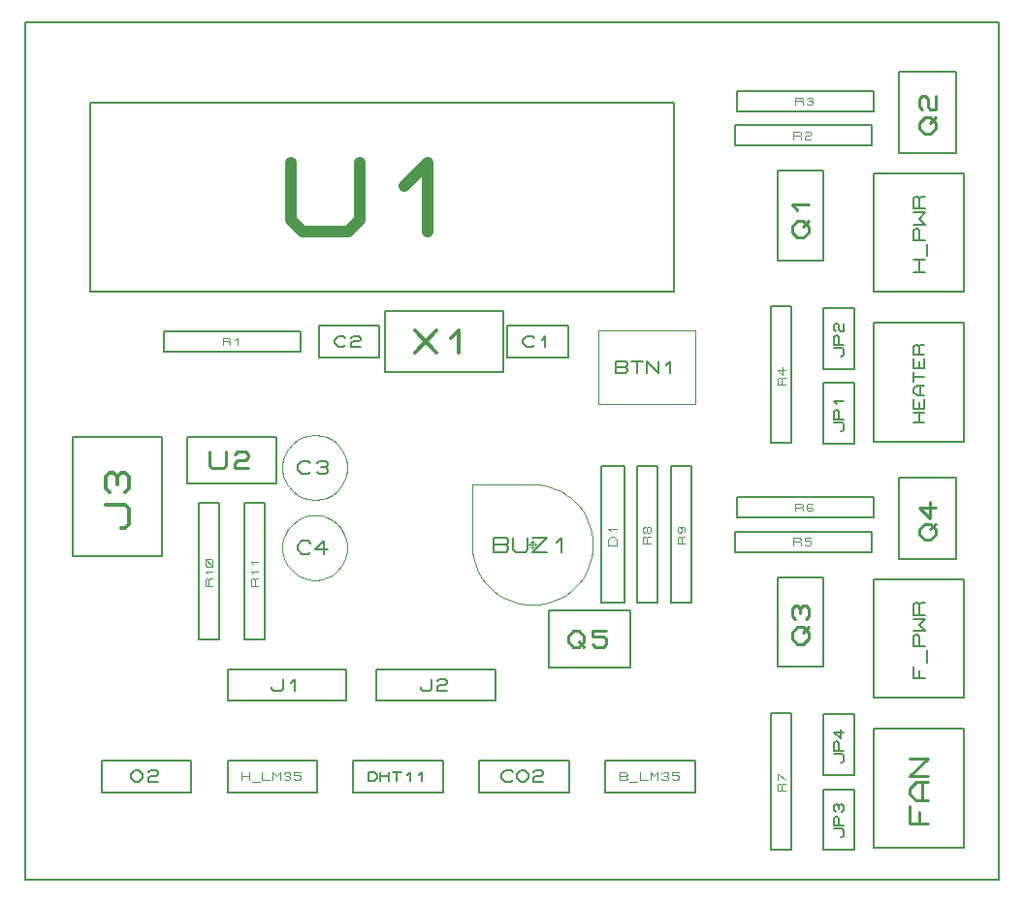
<source format=gbr>
G04 PROTEUS RS274X GERBER FILE*
%FSLAX45Y45*%
%MOMM*%
G01*
%ADD21C,0.203200*%
%ADD32C,0.240790*%
%ADD33C,0.050800*%
%ADD34C,0.191010*%
%ADD35C,0.345440*%
%ADD36C,0.106680*%
%ADD37C,0.235370*%
%ADD38C,0.132080*%
%ADD39C,0.148040*%
%ADD40C,0.172720*%
%ADD41C,0.259080*%
%ADD42C,0.050000*%
%ADD43C,0.211000*%
%ADD44C,0.121920*%
%ADD45C,0.990600*%
%ADD46C,0.316990*%
%ADD47C,0.164590*%
%ADD48C,0.171000*%
%ADD49C,0.111760*%
%ADD50C,0.130380*%
D21*
X+1518840Y+3538740D02*
X+2301160Y+3538740D01*
X+2301160Y+3940060D01*
X+1518840Y+3940060D01*
X+1518840Y+3538740D01*
D32*
X+1717367Y+3811637D02*
X+1717367Y+3691241D01*
X+1741446Y+3667162D01*
X+1837762Y+3667162D01*
X+1861841Y+3691241D01*
X+1861841Y+3811637D01*
X+1934079Y+3787558D02*
X+1958158Y+3811637D01*
X+2030395Y+3811637D01*
X+2054474Y+3787558D01*
X+2054474Y+3763479D01*
X+2030395Y+3739400D01*
X+1958158Y+3739400D01*
X+1934079Y+3715320D01*
X+1934079Y+3667162D01*
X+2054474Y+3667162D01*
D33*
X+2920060Y+3675900D02*
X+2919142Y+3698714D01*
X+2911689Y+3744343D01*
X+2896142Y+3789972D01*
X+2870900Y+3835601D01*
X+2832358Y+3881131D01*
X+2786729Y+3916627D01*
X+2741100Y+3939747D01*
X+2695471Y+3953600D01*
X+2649842Y+3959546D01*
X+2636080Y+3959880D01*
X+2352100Y+3675900D02*
X+2353018Y+3698714D01*
X+2360471Y+3744343D01*
X+2376018Y+3789972D01*
X+2401260Y+3835601D01*
X+2439802Y+3881131D01*
X+2485431Y+3916627D01*
X+2531060Y+3939747D01*
X+2576689Y+3953600D01*
X+2622318Y+3959546D01*
X+2636080Y+3959880D01*
X+2352100Y+3675900D02*
X+2353018Y+3653086D01*
X+2360471Y+3607457D01*
X+2376018Y+3561828D01*
X+2401260Y+3516199D01*
X+2439802Y+3470669D01*
X+2485431Y+3435173D01*
X+2531060Y+3412053D01*
X+2576689Y+3398200D01*
X+2622318Y+3392254D01*
X+2636080Y+3391920D01*
X+2920060Y+3675900D02*
X+2919142Y+3653086D01*
X+2911689Y+3607457D01*
X+2896142Y+3561828D01*
X+2870900Y+3516199D01*
X+2832358Y+3470669D01*
X+2786729Y+3435173D01*
X+2741100Y+3412053D01*
X+2695471Y+3398200D01*
X+2649842Y+3392254D01*
X+2636080Y+3391920D01*
D34*
X+2597877Y+3637697D02*
X+2578776Y+3618596D01*
X+2521472Y+3618596D01*
X+2483270Y+3656799D01*
X+2483270Y+3695001D01*
X+2521472Y+3733204D01*
X+2578776Y+3733204D01*
X+2597877Y+3714103D01*
X+2655181Y+3714103D02*
X+2674282Y+3733204D01*
X+2731586Y+3733204D01*
X+2750687Y+3714103D01*
X+2750687Y+3695001D01*
X+2731586Y+3675900D01*
X+2750687Y+3656799D01*
X+2750687Y+3637697D01*
X+2731586Y+3618596D01*
X+2674282Y+3618596D01*
X+2655181Y+3637697D01*
X+2693383Y+3675900D02*
X+2731586Y+3675900D01*
D33*
X+2920060Y+2975900D02*
X+2919142Y+2998714D01*
X+2911689Y+3044343D01*
X+2896142Y+3089972D01*
X+2870900Y+3135601D01*
X+2832358Y+3181131D01*
X+2786729Y+3216627D01*
X+2741100Y+3239747D01*
X+2695471Y+3253600D01*
X+2649842Y+3259546D01*
X+2636080Y+3259880D01*
X+2352100Y+2975900D02*
X+2353018Y+2998714D01*
X+2360471Y+3044343D01*
X+2376018Y+3089972D01*
X+2401260Y+3135601D01*
X+2439802Y+3181131D01*
X+2485431Y+3216627D01*
X+2531060Y+3239747D01*
X+2576689Y+3253600D01*
X+2622318Y+3259546D01*
X+2636080Y+3259880D01*
X+2352100Y+2975900D02*
X+2353018Y+2953086D01*
X+2360471Y+2907457D01*
X+2376018Y+2861828D01*
X+2401260Y+2816199D01*
X+2439802Y+2770669D01*
X+2485431Y+2735173D01*
X+2531060Y+2712053D01*
X+2576689Y+2698200D01*
X+2622318Y+2692254D01*
X+2636080Y+2691920D01*
X+2920060Y+2975900D02*
X+2919142Y+2953086D01*
X+2911689Y+2907457D01*
X+2896142Y+2861828D01*
X+2870900Y+2816199D01*
X+2832358Y+2770669D01*
X+2786729Y+2735173D01*
X+2741100Y+2712053D01*
X+2695471Y+2698200D01*
X+2649842Y+2692254D01*
X+2636080Y+2691920D01*
D34*
X+2597877Y+2937697D02*
X+2578776Y+2918596D01*
X+2521472Y+2918596D01*
X+2483270Y+2956799D01*
X+2483270Y+2995001D01*
X+2521472Y+3033204D01*
X+2578776Y+3033204D01*
X+2597877Y+3014103D01*
X+2750687Y+2956799D02*
X+2636080Y+2956799D01*
X+2712485Y+3033204D01*
X+2712485Y+2918596D01*
D21*
X+518840Y+2903740D02*
X+1301160Y+2903740D01*
X+1301160Y+3940060D01*
X+518840Y+3940060D01*
X+518840Y+2903740D01*
D35*
X+944544Y+3145548D02*
X+979088Y+3145548D01*
X+1013632Y+3180092D01*
X+1013632Y+3318268D01*
X+979088Y+3352812D01*
X+806368Y+3352812D01*
X+840912Y+3456444D02*
X+806368Y+3490988D01*
X+806368Y+3594620D01*
X+840912Y+3629164D01*
X+875456Y+3629164D01*
X+910000Y+3594620D01*
X+944544Y+3629164D01*
X+979088Y+3629164D01*
X+1013632Y+3594620D01*
X+1013632Y+3490988D01*
X+979088Y+3456444D01*
X+910000Y+3525532D02*
X+910000Y+3594620D01*
D21*
X+1621100Y+2171000D02*
X+1798900Y+2171000D01*
X+1798900Y+3364800D01*
X+1621100Y+3364800D01*
X+1621100Y+2171000D01*
D36*
X+1742004Y+2639884D02*
X+1677996Y+2639884D01*
X+1677996Y+2693224D01*
X+1688664Y+2703892D01*
X+1699332Y+2703892D01*
X+1710000Y+2693224D01*
X+1710000Y+2639884D01*
X+1710000Y+2693224D02*
X+1720668Y+2703892D01*
X+1742004Y+2703892D01*
X+1699332Y+2746564D02*
X+1677996Y+2767900D01*
X+1742004Y+2767900D01*
X+1731336Y+2810572D02*
X+1688664Y+2810572D01*
X+1677996Y+2821240D01*
X+1677996Y+2863912D01*
X+1688664Y+2874580D01*
X+1731336Y+2874580D01*
X+1742004Y+2863912D01*
X+1742004Y+2821240D01*
X+1731336Y+2810572D01*
X+1742004Y+2810572D02*
X+1677996Y+2874580D01*
D21*
X+2021100Y+2171000D02*
X+2198900Y+2171000D01*
X+2198900Y+3364800D01*
X+2021100Y+3364800D01*
X+2021100Y+2171000D01*
D36*
X+2142004Y+2639884D02*
X+2077996Y+2639884D01*
X+2077996Y+2693224D01*
X+2088664Y+2703892D01*
X+2099332Y+2703892D01*
X+2110000Y+2693224D01*
X+2110000Y+2639884D01*
X+2110000Y+2693224D02*
X+2120668Y+2703892D01*
X+2142004Y+2703892D01*
X+2099332Y+2746564D02*
X+2077996Y+2767900D01*
X+2142004Y+2767900D01*
X+2099332Y+2831908D02*
X+2077996Y+2853244D01*
X+2142004Y+2853244D01*
D21*
X+6672840Y+5484740D02*
X+7074160Y+5484740D01*
X+7074160Y+6267060D01*
X+6672840Y+6267060D01*
X+6672840Y+5484740D01*
D32*
X+6849421Y+5683267D02*
X+6801263Y+5731425D01*
X+6801263Y+5779583D01*
X+6849421Y+5827741D01*
X+6897580Y+5827741D01*
X+6945738Y+5779583D01*
X+6945738Y+5731425D01*
X+6897580Y+5683267D01*
X+6849421Y+5683267D01*
X+6897580Y+5779583D02*
X+6945738Y+5827741D01*
X+6849421Y+5924058D02*
X+6801263Y+5972216D01*
X+6945738Y+5972216D01*
D21*
X+7734740Y+6426040D02*
X+8237660Y+6426040D01*
X+8237660Y+7132160D01*
X+7734740Y+7132160D01*
X+7734740Y+6426040D01*
D37*
X+7962663Y+6590802D02*
X+7915588Y+6637876D01*
X+7915588Y+6684951D01*
X+7962663Y+6732025D01*
X+8009737Y+6732025D01*
X+8056812Y+6684951D01*
X+8056812Y+6637876D01*
X+8009737Y+6590802D01*
X+7962663Y+6590802D01*
X+8009737Y+6684951D02*
X+8056812Y+6732025D01*
X+7939125Y+6802637D02*
X+7915588Y+6826174D01*
X+7915588Y+6896786D01*
X+7939125Y+6920323D01*
X+7962663Y+6920323D01*
X+7986200Y+6896786D01*
X+7986200Y+6826174D01*
X+8009737Y+6802637D01*
X+8056812Y+6802637D01*
X+8056812Y+6920323D01*
D21*
X+6305100Y+6487000D02*
X+7498900Y+6487000D01*
X+7498900Y+6664800D01*
X+6305100Y+6664800D01*
X+6305100Y+6487000D01*
D36*
X+6816656Y+6543896D02*
X+6816656Y+6607904D01*
X+6869996Y+6607904D01*
X+6880664Y+6597236D01*
X+6880664Y+6586568D01*
X+6869996Y+6575900D01*
X+6816656Y+6575900D01*
X+6869996Y+6575900D02*
X+6880664Y+6565232D01*
X+6880664Y+6543896D01*
X+6912668Y+6597236D02*
X+6923336Y+6607904D01*
X+6955340Y+6607904D01*
X+6966008Y+6597236D01*
X+6966008Y+6586568D01*
X+6955340Y+6575900D01*
X+6923336Y+6575900D01*
X+6912668Y+6565232D01*
X+6912668Y+6543896D01*
X+6966008Y+6543896D01*
D21*
X+6321100Y+6787000D02*
X+7514900Y+6787000D01*
X+7514900Y+6964800D01*
X+6321100Y+6964800D01*
X+6321100Y+6787000D01*
D36*
X+6832656Y+6843896D02*
X+6832656Y+6907904D01*
X+6885996Y+6907904D01*
X+6896664Y+6897236D01*
X+6896664Y+6886568D01*
X+6885996Y+6875900D01*
X+6832656Y+6875900D01*
X+6885996Y+6875900D02*
X+6896664Y+6865232D01*
X+6896664Y+6843896D01*
X+6928668Y+6897236D02*
X+6939336Y+6907904D01*
X+6971340Y+6907904D01*
X+6982008Y+6897236D01*
X+6982008Y+6886568D01*
X+6971340Y+6875900D01*
X+6982008Y+6865232D01*
X+6982008Y+6854564D01*
X+6971340Y+6843896D01*
X+6939336Y+6843896D01*
X+6928668Y+6854564D01*
X+6950004Y+6875900D02*
X+6971340Y+6875900D01*
D21*
X+6621100Y+3887000D02*
X+6798900Y+3887000D01*
X+6798900Y+5080800D01*
X+6621100Y+5080800D01*
X+6621100Y+3887000D01*
D36*
X+6742004Y+4398556D02*
X+6677996Y+4398556D01*
X+6677996Y+4451896D01*
X+6688664Y+4462564D01*
X+6699332Y+4462564D01*
X+6710000Y+4451896D01*
X+6710000Y+4398556D01*
X+6710000Y+4451896D02*
X+6720668Y+4462564D01*
X+6742004Y+4462564D01*
X+6720668Y+4547908D02*
X+6720668Y+4483900D01*
X+6677996Y+4526572D01*
X+6742004Y+4526572D01*
D21*
X+7072840Y+3884740D02*
X+7347160Y+3884740D01*
X+7347160Y+4413060D01*
X+7072840Y+4413060D01*
X+7072840Y+3884740D01*
D38*
X+7223208Y+3990404D02*
X+7236416Y+3990404D01*
X+7249624Y+4003612D01*
X+7249624Y+4056444D01*
X+7236416Y+4069652D01*
X+7170376Y+4069652D01*
X+7249624Y+4096068D02*
X+7170376Y+4096068D01*
X+7170376Y+4162108D01*
X+7183584Y+4175316D01*
X+7196792Y+4175316D01*
X+7210000Y+4162108D01*
X+7210000Y+4096068D01*
X+7196792Y+4228148D02*
X+7170376Y+4254564D01*
X+7249624Y+4254564D01*
D21*
X+7518840Y+3903740D02*
X+8301160Y+3903740D01*
X+8301160Y+4940060D01*
X+7518840Y+4940060D01*
X+7518840Y+3903740D01*
D39*
X+7954413Y+4066592D02*
X+7865586Y+4066592D01*
X+7865586Y+4155419D02*
X+7954413Y+4155419D01*
X+7910000Y+4066592D02*
X+7910000Y+4155419D01*
X+7954413Y+4273855D02*
X+7954413Y+4185028D01*
X+7865586Y+4185028D01*
X+7865586Y+4273855D01*
X+7910000Y+4185028D02*
X+7910000Y+4244246D01*
X+7954413Y+4303464D02*
X+7895195Y+4303464D01*
X+7865586Y+4333073D01*
X+7865586Y+4362682D01*
X+7895195Y+4392291D01*
X+7954413Y+4392291D01*
X+7924804Y+4303464D02*
X+7924804Y+4392291D01*
X+7865586Y+4421900D02*
X+7865586Y+4510727D01*
X+7865586Y+4466313D02*
X+7954413Y+4466313D01*
X+7954413Y+4629163D02*
X+7954413Y+4540336D01*
X+7865586Y+4540336D01*
X+7865586Y+4629163D01*
X+7910000Y+4540336D02*
X+7910000Y+4599554D01*
X+7954413Y+4658772D02*
X+7865586Y+4658772D01*
X+7865586Y+4732794D01*
X+7880391Y+4747599D01*
X+7895195Y+4747599D01*
X+7910000Y+4732794D01*
X+7910000Y+4658772D01*
X+7910000Y+4732794D02*
X+7924804Y+4747599D01*
X+7954413Y+4747599D01*
D21*
X+7518840Y+5211360D02*
X+8301160Y+5211360D01*
X+8301160Y+6247680D01*
X+7518840Y+6247680D01*
X+7518840Y+5211360D01*
D40*
X+7961816Y+5384080D02*
X+7858184Y+5384080D01*
X+7858184Y+5487712D02*
X+7961816Y+5487712D01*
X+7910000Y+5384080D02*
X+7910000Y+5487712D01*
X+7979088Y+5522256D02*
X+7979088Y+5625888D01*
X+7961816Y+5660432D02*
X+7858184Y+5660432D01*
X+7858184Y+5746792D01*
X+7875456Y+5764064D01*
X+7892728Y+5764064D01*
X+7910000Y+5746792D01*
X+7910000Y+5660432D01*
X+7858184Y+5798608D02*
X+7961816Y+5798608D01*
X+7910000Y+5850424D01*
X+7961816Y+5902240D01*
X+7858184Y+5902240D01*
X+7961816Y+5936784D02*
X+7858184Y+5936784D01*
X+7858184Y+6023144D01*
X+7875456Y+6040416D01*
X+7892728Y+6040416D01*
X+7910000Y+6023144D01*
X+7910000Y+5936784D01*
X+7910000Y+6023144D02*
X+7927272Y+6040416D01*
X+7961816Y+6040416D01*
D21*
X+7072840Y+4538740D02*
X+7347160Y+4538740D01*
X+7347160Y+5067060D01*
X+7072840Y+5067060D01*
X+7072840Y+4538740D01*
D38*
X+7223208Y+4644404D02*
X+7236416Y+4644404D01*
X+7249624Y+4657612D01*
X+7249624Y+4710444D01*
X+7236416Y+4723652D01*
X+7170376Y+4723652D01*
X+7249624Y+4750068D02*
X+7170376Y+4750068D01*
X+7170376Y+4816108D01*
X+7183584Y+4829316D01*
X+7196792Y+4829316D01*
X+7210000Y+4816108D01*
X+7210000Y+4750068D01*
X+7183584Y+4868940D02*
X+7170376Y+4882148D01*
X+7170376Y+4921772D01*
X+7183584Y+4934980D01*
X+7196792Y+4934980D01*
X+7210000Y+4921772D01*
X+7210000Y+4882148D01*
X+7223208Y+4868940D01*
X+7249624Y+4868940D01*
X+7249624Y+4934980D01*
D21*
X+6672840Y+1935345D02*
X+7074160Y+1935345D01*
X+7074160Y+2717665D01*
X+6672840Y+2717665D01*
X+6672840Y+1935345D01*
D32*
X+6849421Y+2133872D02*
X+6801263Y+2182030D01*
X+6801263Y+2230188D01*
X+6849421Y+2278346D01*
X+6897580Y+2278346D01*
X+6945738Y+2230188D01*
X+6945738Y+2182030D01*
X+6897580Y+2133872D01*
X+6849421Y+2133872D01*
X+6897580Y+2230188D02*
X+6945738Y+2278346D01*
X+6825342Y+2350584D02*
X+6801263Y+2374663D01*
X+6801263Y+2446900D01*
X+6825342Y+2470979D01*
X+6849421Y+2470979D01*
X+6873500Y+2446900D01*
X+6897580Y+2470979D01*
X+6921659Y+2470979D01*
X+6945738Y+2446900D01*
X+6945738Y+2374663D01*
X+6921659Y+2350584D01*
X+6873500Y+2398742D02*
X+6873500Y+2446900D01*
D21*
X+7734740Y+2876645D02*
X+8237660Y+2876645D01*
X+8237660Y+3582765D01*
X+7734740Y+3582765D01*
X+7734740Y+2876645D01*
D37*
X+7962663Y+3041407D02*
X+7915588Y+3088481D01*
X+7915588Y+3135556D01*
X+7962663Y+3182630D01*
X+8009737Y+3182630D01*
X+8056812Y+3135556D01*
X+8056812Y+3088481D01*
X+8009737Y+3041407D01*
X+7962663Y+3041407D01*
X+8009737Y+3135556D02*
X+8056812Y+3182630D01*
X+8009737Y+3370928D02*
X+8009737Y+3229705D01*
X+7915588Y+3323854D01*
X+8056812Y+3323854D01*
D21*
X+6305100Y+2937605D02*
X+7498900Y+2937605D01*
X+7498900Y+3115405D01*
X+6305100Y+3115405D01*
X+6305100Y+2937605D01*
D36*
X+6816656Y+2994501D02*
X+6816656Y+3058509D01*
X+6869996Y+3058509D01*
X+6880664Y+3047841D01*
X+6880664Y+3037173D01*
X+6869996Y+3026505D01*
X+6816656Y+3026505D01*
X+6869996Y+3026505D02*
X+6880664Y+3015837D01*
X+6880664Y+2994501D01*
X+6966008Y+3058509D02*
X+6912668Y+3058509D01*
X+6912668Y+3037173D01*
X+6955340Y+3037173D01*
X+6966008Y+3026505D01*
X+6966008Y+3005169D01*
X+6955340Y+2994501D01*
X+6923336Y+2994501D01*
X+6912668Y+3005169D01*
D21*
X+6321100Y+3237605D02*
X+7514900Y+3237605D01*
X+7514900Y+3415405D01*
X+6321100Y+3415405D01*
X+6321100Y+3237605D01*
D36*
X+6832656Y+3294501D02*
X+6832656Y+3358509D01*
X+6885996Y+3358509D01*
X+6896664Y+3347841D01*
X+6896664Y+3337173D01*
X+6885996Y+3326505D01*
X+6832656Y+3326505D01*
X+6885996Y+3326505D02*
X+6896664Y+3315837D01*
X+6896664Y+3294501D01*
X+6982008Y+3347841D02*
X+6971340Y+3358509D01*
X+6939336Y+3358509D01*
X+6928668Y+3347841D01*
X+6928668Y+3305169D01*
X+6939336Y+3294501D01*
X+6971340Y+3294501D01*
X+6982008Y+3305169D01*
X+6982008Y+3315837D01*
X+6971340Y+3326505D01*
X+6928668Y+3326505D01*
D21*
X+6621100Y+337605D02*
X+6798900Y+337605D01*
X+6798900Y+1531405D01*
X+6621100Y+1531405D01*
X+6621100Y+337605D01*
D36*
X+6742004Y+849161D02*
X+6677996Y+849161D01*
X+6677996Y+902501D01*
X+6688664Y+913169D01*
X+6699332Y+913169D01*
X+6710000Y+902501D01*
X+6710000Y+849161D01*
X+6710000Y+902501D02*
X+6720668Y+913169D01*
X+6742004Y+913169D01*
X+6677996Y+945173D02*
X+6677996Y+998513D01*
X+6688664Y+998513D01*
X+6742004Y+945173D01*
D21*
X+7072840Y+335345D02*
X+7347160Y+335345D01*
X+7347160Y+863665D01*
X+7072840Y+863665D01*
X+7072840Y+335345D01*
D38*
X+7223208Y+441009D02*
X+7236416Y+441009D01*
X+7249624Y+454217D01*
X+7249624Y+507049D01*
X+7236416Y+520257D01*
X+7170376Y+520257D01*
X+7249624Y+546673D02*
X+7170376Y+546673D01*
X+7170376Y+612713D01*
X+7183584Y+625921D01*
X+7196792Y+625921D01*
X+7210000Y+612713D01*
X+7210000Y+546673D01*
X+7183584Y+665545D02*
X+7170376Y+678753D01*
X+7170376Y+718377D01*
X+7183584Y+731585D01*
X+7196792Y+731585D01*
X+7210000Y+718377D01*
X+7223208Y+731585D01*
X+7236416Y+731585D01*
X+7249624Y+718377D01*
X+7249624Y+678753D01*
X+7236416Y+665545D01*
X+7210000Y+691961D02*
X+7210000Y+718377D01*
D21*
X+7518840Y+354345D02*
X+8301160Y+354345D01*
X+8301160Y+1390665D01*
X+7518840Y+1390665D01*
X+7518840Y+354345D01*
D41*
X+7987724Y+561609D02*
X+7832276Y+561609D01*
X+7832276Y+717057D01*
X+7910000Y+561609D02*
X+7910000Y+665241D01*
X+7987724Y+768873D02*
X+7884092Y+768873D01*
X+7832276Y+820689D01*
X+7832276Y+872505D01*
X+7884092Y+924321D01*
X+7987724Y+924321D01*
X+7935908Y+768873D02*
X+7935908Y+924321D01*
X+7987724Y+976137D02*
X+7832276Y+976137D01*
X+7987724Y+1131585D01*
X+7832276Y+1131585D01*
D21*
X+7518840Y+1661965D02*
X+8301160Y+1661965D01*
X+8301160Y+2698285D01*
X+7518840Y+2698285D01*
X+7518840Y+1661965D01*
D40*
X+7961816Y+1834685D02*
X+7858184Y+1834685D01*
X+7858184Y+1938317D01*
X+7910000Y+1834685D02*
X+7910000Y+1903773D01*
X+7979088Y+1972861D02*
X+7979088Y+2076493D01*
X+7961816Y+2111037D02*
X+7858184Y+2111037D01*
X+7858184Y+2197397D01*
X+7875456Y+2214669D01*
X+7892728Y+2214669D01*
X+7910000Y+2197397D01*
X+7910000Y+2111037D01*
X+7858184Y+2249213D02*
X+7961816Y+2249213D01*
X+7910000Y+2301029D01*
X+7961816Y+2352845D01*
X+7858184Y+2352845D01*
X+7961816Y+2387389D02*
X+7858184Y+2387389D01*
X+7858184Y+2473749D01*
X+7875456Y+2491021D01*
X+7892728Y+2491021D01*
X+7910000Y+2473749D01*
X+7910000Y+2387389D01*
X+7910000Y+2473749D02*
X+7927272Y+2491021D01*
X+7961816Y+2491021D01*
D21*
X+7072840Y+989345D02*
X+7347160Y+989345D01*
X+7347160Y+1517665D01*
X+7072840Y+1517665D01*
X+7072840Y+989345D01*
D38*
X+7223208Y+1095009D02*
X+7236416Y+1095009D01*
X+7249624Y+1108217D01*
X+7249624Y+1161049D01*
X+7236416Y+1174257D01*
X+7170376Y+1174257D01*
X+7249624Y+1200673D02*
X+7170376Y+1200673D01*
X+7170376Y+1266713D01*
X+7183584Y+1279921D01*
X+7196792Y+1279921D01*
X+7210000Y+1266713D01*
X+7210000Y+1200673D01*
X+7223208Y+1385585D02*
X+7223208Y+1306337D01*
X+7170376Y+1359169D01*
X+7249624Y+1359169D01*
D21*
X+4681940Y+1925640D02*
X+5388060Y+1925640D01*
X+5388060Y+2428560D01*
X+4681940Y+2428560D01*
X+4681940Y+1925640D01*
D37*
X+4846702Y+2200637D02*
X+4893776Y+2247712D01*
X+4940851Y+2247712D01*
X+4987925Y+2200637D01*
X+4987925Y+2153563D01*
X+4940851Y+2106488D01*
X+4893776Y+2106488D01*
X+4846702Y+2153563D01*
X+4846702Y+2200637D01*
X+4940851Y+2153563D02*
X+4987925Y+2106488D01*
X+5176223Y+2247712D02*
X+5058537Y+2247712D01*
X+5058537Y+2200637D01*
X+5152686Y+2200637D01*
X+5176223Y+2177100D01*
X+5176223Y+2130025D01*
X+5152686Y+2106488D01*
X+5082074Y+2106488D01*
X+5058537Y+2130025D01*
D42*
X+4560000Y+3000900D02*
X+4559914Y+3002976D01*
X+4559212Y+3007129D01*
X+4557742Y+3011282D01*
X+4555340Y+3015435D01*
X+4551667Y+3019534D01*
X+4547514Y+3022543D01*
X+4543361Y+3024460D01*
X+4539208Y+3025543D01*
X+4535055Y+3025900D01*
X+4535000Y+3025900D01*
X+4510000Y+3000900D02*
X+4510086Y+3002976D01*
X+4510788Y+3007129D01*
X+4512258Y+3011282D01*
X+4514660Y+3015435D01*
X+4518333Y+3019534D01*
X+4522486Y+3022543D01*
X+4526639Y+3024460D01*
X+4530792Y+3025543D01*
X+4534945Y+3025900D01*
X+4535000Y+3025900D01*
X+4510000Y+3000900D02*
X+4510086Y+2998824D01*
X+4510788Y+2994671D01*
X+4512258Y+2990518D01*
X+4514660Y+2986365D01*
X+4518333Y+2982266D01*
X+4522486Y+2979257D01*
X+4526639Y+2977340D01*
X+4530792Y+2976257D01*
X+4534945Y+2975900D01*
X+4535000Y+2975900D01*
X+4560000Y+3000900D02*
X+4559914Y+2998824D01*
X+4559212Y+2994671D01*
X+4557742Y+2990518D01*
X+4555340Y+2986365D01*
X+4551667Y+2982266D01*
X+4547514Y+2979257D01*
X+4543361Y+2977340D01*
X+4539208Y+2976257D01*
X+4535055Y+2975900D01*
X+4535000Y+2975900D01*
X+4570000Y+3000900D02*
X+4500000Y+3000900D01*
X+4535000Y+3035900D02*
X+4535000Y+2965900D01*
X+4010000Y+3525900D02*
X+4010000Y+3000900D01*
X+4012652Y+2946338D01*
X+4020446Y+2893555D01*
X+4033143Y+2842790D01*
X+4050503Y+2794284D01*
X+4072285Y+2748278D01*
X+4098248Y+2705011D01*
X+4128152Y+2664724D01*
X+4161758Y+2627658D01*
X+4198824Y+2594052D01*
X+4239111Y+2564148D01*
X+4282378Y+2538185D01*
X+4328384Y+2516403D01*
X+4376890Y+2499043D01*
X+4427655Y+2486346D01*
X+4480438Y+2478552D01*
X+4535000Y+2475900D01*
X+4589562Y+2478552D01*
X+4642345Y+2486346D01*
X+4693110Y+2499043D01*
X+4741616Y+2516403D01*
X+4787622Y+2538185D01*
X+4830889Y+2564148D01*
X+4871176Y+2594052D01*
X+4908242Y+2627658D01*
X+4941848Y+2664724D01*
X+4971752Y+2705011D01*
X+4997715Y+2748278D01*
X+5019497Y+2794284D01*
X+5036857Y+2842790D01*
X+5049554Y+2893555D01*
X+5057348Y+2946338D01*
X+5060000Y+3000900D01*
X+5057348Y+3055462D01*
X+5049554Y+3108245D01*
X+5036857Y+3159010D01*
X+5019497Y+3207516D01*
X+4997715Y+3253522D01*
X+4971752Y+3296789D01*
X+4941848Y+3337076D01*
X+4908242Y+3374142D01*
X+4871176Y+3407748D01*
X+4830889Y+3437652D01*
X+4787622Y+3463615D01*
X+4741616Y+3485397D01*
X+4693110Y+3502757D01*
X+4642345Y+3515454D01*
X+4589562Y+3523248D01*
X+4535000Y+3525900D01*
X+4010000Y+3525900D01*
D43*
X+4197400Y+2937600D02*
X+4197400Y+3064200D01*
X+4302900Y+3064200D01*
X+4324000Y+3043100D01*
X+4324000Y+3022000D01*
X+4302900Y+3000900D01*
X+4324000Y+2979800D01*
X+4324000Y+2958700D01*
X+4302900Y+2937600D01*
X+4197400Y+2937600D01*
X+4197400Y+3000900D02*
X+4302900Y+3000900D01*
X+4366200Y+3064200D02*
X+4366200Y+2958700D01*
X+4387300Y+2937600D01*
X+4471700Y+2937600D01*
X+4492800Y+2958700D01*
X+4492800Y+3064200D01*
X+4535000Y+3064200D02*
X+4661600Y+3064200D01*
X+4535000Y+2937600D01*
X+4661600Y+2937600D01*
X+4746000Y+3022000D02*
X+4788200Y+3064200D01*
X+4788200Y+2937600D01*
D21*
X+5133400Y+2496000D02*
X+5336600Y+2496000D01*
X+5336600Y+3689800D01*
X+5133400Y+3689800D01*
X+5133400Y+2496000D01*
D44*
X+5271576Y+2995364D02*
X+5198424Y+2995364D01*
X+5198424Y+3044132D01*
X+5222808Y+3068516D01*
X+5247192Y+3068516D01*
X+5271576Y+3044132D01*
X+5271576Y+2995364D01*
X+5222808Y+3117284D02*
X+5198424Y+3141668D01*
X+5271576Y+3141668D01*
D21*
X+5446100Y+2496000D02*
X+5623900Y+2496000D01*
X+5623900Y+3689800D01*
X+5446100Y+3689800D01*
X+5446100Y+2496000D01*
D36*
X+5567004Y+3007556D02*
X+5502996Y+3007556D01*
X+5502996Y+3060896D01*
X+5513664Y+3071564D01*
X+5524332Y+3071564D01*
X+5535000Y+3060896D01*
X+5535000Y+3007556D01*
X+5535000Y+3060896D02*
X+5545668Y+3071564D01*
X+5567004Y+3071564D01*
X+5535000Y+3114236D02*
X+5524332Y+3103568D01*
X+5513664Y+3103568D01*
X+5502996Y+3114236D01*
X+5502996Y+3146240D01*
X+5513664Y+3156908D01*
X+5524332Y+3156908D01*
X+5535000Y+3146240D01*
X+5535000Y+3114236D01*
X+5545668Y+3103568D01*
X+5556336Y+3103568D01*
X+5567004Y+3114236D01*
X+5567004Y+3146240D01*
X+5556336Y+3156908D01*
X+5545668Y+3156908D01*
X+5535000Y+3146240D01*
D21*
X+5746100Y+2496000D02*
X+5923900Y+2496000D01*
X+5923900Y+3689800D01*
X+5746100Y+3689800D01*
X+5746100Y+2496000D01*
D36*
X+5867004Y+3007556D02*
X+5802996Y+3007556D01*
X+5802996Y+3060896D01*
X+5813664Y+3071564D01*
X+5824332Y+3071564D01*
X+5835000Y+3060896D01*
X+5835000Y+3007556D01*
X+5835000Y+3060896D02*
X+5845668Y+3071564D01*
X+5867004Y+3071564D01*
X+5824332Y+3156908D02*
X+5835000Y+3146240D01*
X+5835000Y+3114236D01*
X+5824332Y+3103568D01*
X+5813664Y+3103568D01*
X+5802996Y+3114236D01*
X+5802996Y+3146240D01*
X+5813664Y+3156908D01*
X+5856336Y+3156908D01*
X+5867004Y+3146240D01*
X+5867004Y+3114236D01*
D21*
X+672840Y+5212400D02*
X+5773160Y+5212400D01*
X+5773160Y+6863400D01*
X+672840Y+6863400D01*
X+672840Y+5212400D01*
D45*
X+2430520Y+6335080D02*
X+2430520Y+5839780D01*
X+2529580Y+5740720D01*
X+2925820Y+5740720D01*
X+3024880Y+5839780D01*
X+3024880Y+6335080D01*
X+3421120Y+6136960D02*
X+3619240Y+6335080D01*
X+3619240Y+5740720D01*
D21*
X+3245840Y+4511740D02*
X+4282160Y+4511740D01*
X+4282160Y+5040060D01*
X+3245840Y+5040060D01*
X+3245840Y+4511740D01*
D46*
X+3510407Y+4870997D02*
X+3700601Y+4680802D01*
X+3510407Y+4680802D02*
X+3700601Y+4870997D01*
X+3827398Y+4807599D02*
X+3890796Y+4870997D01*
X+3890796Y+4680802D01*
D21*
X+4318840Y+4638740D02*
X+4847160Y+4638740D01*
X+4847160Y+4913060D01*
X+4318840Y+4913060D01*
X+4318840Y+4638740D01*
D47*
X+4550081Y+4742981D02*
X+4533622Y+4726522D01*
X+4484245Y+4726522D01*
X+4451327Y+4759440D01*
X+4451327Y+4792359D01*
X+4484245Y+4825277D01*
X+4533622Y+4825277D01*
X+4550081Y+4808818D01*
X+4615918Y+4792359D02*
X+4648836Y+4825277D01*
X+4648836Y+4726522D01*
D21*
X+2672840Y+4638740D02*
X+3201160Y+4638740D01*
X+3201160Y+4913060D01*
X+2672840Y+4913060D01*
X+2672840Y+4638740D01*
D47*
X+2904081Y+4742981D02*
X+2887622Y+4726522D01*
X+2838245Y+4726522D01*
X+2805327Y+4759440D01*
X+2805327Y+4792359D01*
X+2838245Y+4825277D01*
X+2887622Y+4825277D01*
X+2904081Y+4808818D01*
X+2953459Y+4808818D02*
X+2969918Y+4825277D01*
X+3019295Y+4825277D01*
X+3035754Y+4808818D01*
X+3035754Y+4792359D01*
X+3019295Y+4775900D01*
X+2969918Y+4775900D01*
X+2953459Y+4759440D01*
X+2953459Y+4726522D01*
X+3035754Y+4726522D01*
D21*
X+1321100Y+4687000D02*
X+2514900Y+4687000D01*
X+2514900Y+4864800D01*
X+1321100Y+4864800D01*
X+1321100Y+4687000D01*
D36*
X+1832656Y+4743896D02*
X+1832656Y+4807904D01*
X+1885996Y+4807904D01*
X+1896664Y+4797236D01*
X+1896664Y+4786568D01*
X+1885996Y+4775900D01*
X+1832656Y+4775900D01*
X+1885996Y+4775900D02*
X+1896664Y+4765232D01*
X+1896664Y+4743896D01*
X+1939336Y+4786568D02*
X+1960672Y+4807904D01*
X+1960672Y+4743896D01*
D42*
X+5960000Y+4225900D02*
X+5960000Y+4875900D01*
X+5110000Y+4875900D01*
X+5110000Y+4225900D01*
X+5960000Y+4225900D01*
D48*
X+5261400Y+4499600D02*
X+5261400Y+4602200D01*
X+5346900Y+4602200D01*
X+5364000Y+4585100D01*
X+5364000Y+4568000D01*
X+5346900Y+4550900D01*
X+5364000Y+4533800D01*
X+5364000Y+4516700D01*
X+5346900Y+4499600D01*
X+5261400Y+4499600D01*
X+5261400Y+4550900D02*
X+5346900Y+4550900D01*
X+5398200Y+4602200D02*
X+5500800Y+4602200D01*
X+5449500Y+4602200D02*
X+5449500Y+4499600D01*
X+5535000Y+4499600D02*
X+5535000Y+4602200D01*
X+5637600Y+4499600D01*
X+5637600Y+4602200D01*
X+5706000Y+4568000D02*
X+5740200Y+4602200D01*
X+5740200Y+4499600D01*
D21*
X+5172840Y+838740D02*
X+5955160Y+838740D01*
X+5955160Y+1113060D01*
X+5172840Y+1113060D01*
X+5172840Y+838740D01*
D49*
X+5295776Y+942372D02*
X+5295776Y+1009428D01*
X+5351656Y+1009428D01*
X+5362832Y+998252D01*
X+5362832Y+987076D01*
X+5351656Y+975900D01*
X+5362832Y+964724D01*
X+5362832Y+953548D01*
X+5351656Y+942372D01*
X+5295776Y+942372D01*
X+5295776Y+975900D02*
X+5351656Y+975900D01*
X+5385184Y+931196D02*
X+5452240Y+931196D01*
X+5474592Y+1009428D02*
X+5474592Y+942372D01*
X+5541648Y+942372D01*
X+5564000Y+942372D02*
X+5564000Y+1009428D01*
X+5597528Y+975900D01*
X+5631056Y+1009428D01*
X+5631056Y+942372D01*
X+5664584Y+998252D02*
X+5675760Y+1009428D01*
X+5709288Y+1009428D01*
X+5720464Y+998252D01*
X+5720464Y+987076D01*
X+5709288Y+975900D01*
X+5720464Y+964724D01*
X+5720464Y+953548D01*
X+5709288Y+942372D01*
X+5675760Y+942372D01*
X+5664584Y+953548D01*
X+5686936Y+975900D02*
X+5709288Y+975900D01*
X+5809872Y+1009428D02*
X+5753992Y+1009428D01*
X+5753992Y+987076D01*
X+5798696Y+987076D01*
X+5809872Y+975900D01*
X+5809872Y+953548D01*
X+5798696Y+942372D01*
X+5765168Y+942372D01*
X+5753992Y+953548D01*
D21*
X+4072840Y+838740D02*
X+4855160Y+838740D01*
X+4855160Y+1113060D01*
X+4072840Y+1113060D01*
X+4072840Y+838740D01*
D47*
X+4365245Y+942981D02*
X+4348786Y+926522D01*
X+4299409Y+926522D01*
X+4266491Y+959440D01*
X+4266491Y+992359D01*
X+4299409Y+1025277D01*
X+4348786Y+1025277D01*
X+4365245Y+1008818D01*
X+4398164Y+992359D02*
X+4431082Y+1025277D01*
X+4464000Y+1025277D01*
X+4496918Y+992359D01*
X+4496918Y+959440D01*
X+4464000Y+926522D01*
X+4431082Y+926522D01*
X+4398164Y+959440D01*
X+4398164Y+992359D01*
X+4546296Y+1008818D02*
X+4562755Y+1025277D01*
X+4612132Y+1025277D01*
X+4628591Y+1008818D01*
X+4628591Y+992359D01*
X+4612132Y+975900D01*
X+4562755Y+975900D01*
X+4546296Y+959440D01*
X+4546296Y+926522D01*
X+4628591Y+926522D01*
D21*
X+2972840Y+838740D02*
X+3755160Y+838740D01*
X+3755160Y+1113060D01*
X+2972840Y+1113060D01*
X+2972840Y+838740D01*
D50*
X+3103230Y+936784D02*
X+3103230Y+1015015D01*
X+3155384Y+1015015D01*
X+3181461Y+988938D01*
X+3181461Y+962861D01*
X+3155384Y+936784D01*
X+3103230Y+936784D01*
X+3207538Y+936784D02*
X+3207538Y+1015015D01*
X+3285769Y+1015015D02*
X+3285769Y+936784D01*
X+3207538Y+975900D02*
X+3285769Y+975900D01*
X+3311846Y+1015015D02*
X+3390077Y+1015015D01*
X+3350961Y+1015015D02*
X+3350961Y+936784D01*
X+3442231Y+988938D02*
X+3468308Y+1015015D01*
X+3468308Y+936784D01*
X+3546539Y+988938D02*
X+3572616Y+1015015D01*
X+3572616Y+936784D01*
D21*
X+1872840Y+838740D02*
X+2655160Y+838740D01*
X+2655160Y+1113060D01*
X+1872840Y+1113060D01*
X+1872840Y+838740D01*
D49*
X+1995776Y+942372D02*
X+1995776Y+1009428D01*
X+2062832Y+1009428D02*
X+2062832Y+942372D01*
X+1995776Y+975900D02*
X+2062832Y+975900D01*
X+2085184Y+931196D02*
X+2152240Y+931196D01*
X+2174592Y+1009428D02*
X+2174592Y+942372D01*
X+2241648Y+942372D01*
X+2264000Y+942372D02*
X+2264000Y+1009428D01*
X+2297528Y+975900D01*
X+2331056Y+1009428D01*
X+2331056Y+942372D01*
X+2364584Y+998252D02*
X+2375760Y+1009428D01*
X+2409288Y+1009428D01*
X+2420464Y+998252D01*
X+2420464Y+987076D01*
X+2409288Y+975900D01*
X+2420464Y+964724D01*
X+2420464Y+953548D01*
X+2409288Y+942372D01*
X+2375760Y+942372D01*
X+2364584Y+953548D01*
X+2386936Y+975900D02*
X+2409288Y+975900D01*
X+2509872Y+1009428D02*
X+2453992Y+1009428D01*
X+2453992Y+987076D01*
X+2498696Y+987076D01*
X+2509872Y+975900D01*
X+2509872Y+953548D01*
X+2498696Y+942372D01*
X+2465168Y+942372D01*
X+2453992Y+953548D01*
D21*
X+772840Y+838740D02*
X+1555160Y+838740D01*
X+1555160Y+1113060D01*
X+772840Y+1113060D01*
X+772840Y+838740D01*
D47*
X+1032327Y+992359D02*
X+1065245Y+1025277D01*
X+1098163Y+1025277D01*
X+1131081Y+992359D01*
X+1131081Y+959440D01*
X+1098163Y+926522D01*
X+1065245Y+926522D01*
X+1032327Y+959440D01*
X+1032327Y+992359D01*
X+1180459Y+1008818D02*
X+1196918Y+1025277D01*
X+1246295Y+1025277D01*
X+1262754Y+1008818D01*
X+1262754Y+992359D01*
X+1246295Y+975900D01*
X+1196918Y+975900D01*
X+1180459Y+959440D01*
X+1180459Y+926522D01*
X+1262754Y+926522D01*
D21*
X+1872840Y+1638740D02*
X+2909160Y+1638740D01*
X+2909160Y+1913060D01*
X+1872840Y+1913060D01*
X+1872840Y+1638740D01*
D47*
X+2259327Y+1759440D02*
X+2259327Y+1742981D01*
X+2275786Y+1726522D01*
X+2341622Y+1726522D01*
X+2358081Y+1742981D01*
X+2358081Y+1825277D01*
X+2423918Y+1792359D02*
X+2456836Y+1825277D01*
X+2456836Y+1726522D01*
D21*
X+3172840Y+1638740D02*
X+4209160Y+1638740D01*
X+4209160Y+1913060D01*
X+3172840Y+1913060D01*
X+3172840Y+1638740D01*
D47*
X+3559327Y+1759440D02*
X+3559327Y+1742981D01*
X+3575786Y+1726522D01*
X+3641622Y+1726522D01*
X+3658081Y+1742981D01*
X+3658081Y+1825277D01*
X+3707459Y+1808818D02*
X+3723918Y+1825277D01*
X+3773295Y+1825277D01*
X+3789754Y+1808818D01*
X+3789754Y+1792359D01*
X+3773295Y+1775900D01*
X+3723918Y+1775900D01*
X+3707459Y+1759440D01*
X+3707459Y+1726522D01*
X+3789754Y+1726522D01*
D21*
X+110000Y+75900D02*
X+8610000Y+75900D01*
X+8610000Y+7565900D01*
X+110000Y+7565900D01*
X+110000Y+75900D01*
M02*

</source>
